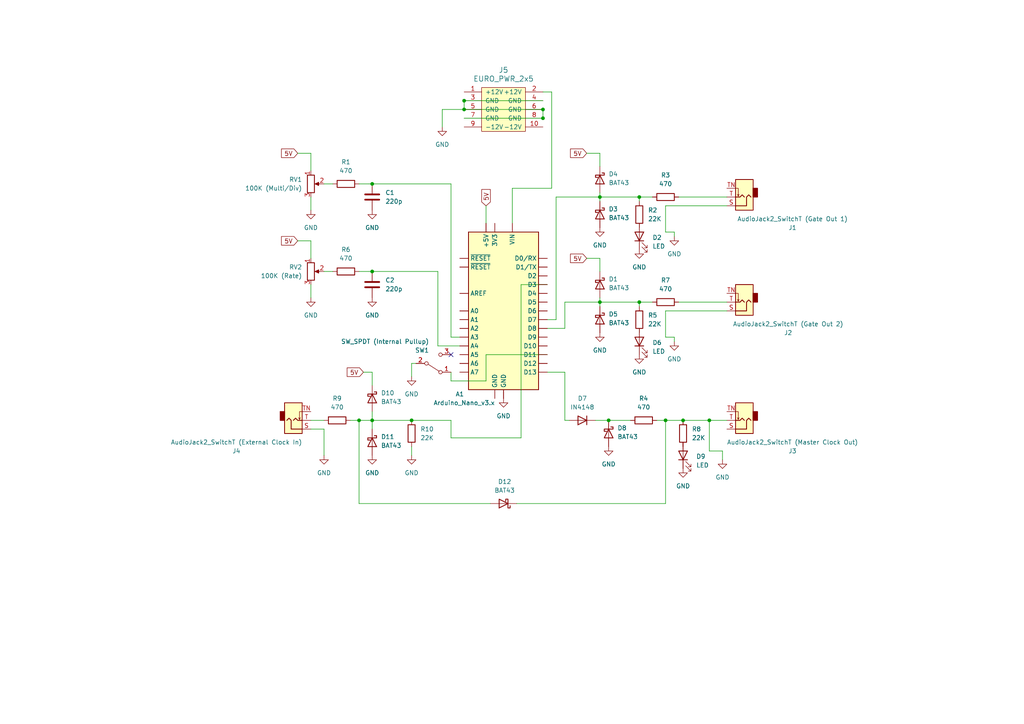
<source format=kicad_sch>
(kicad_sch (version 20230121) (generator eeschema)
  (paper "A4")
  (lib_symbols
    (symbol "Connector_Audio:AudioJack2_SwitchT"
      (property "Reference" "J" (at 0 8.89 0))
      (property "Value" "AudioJack2_SwitchT" (at 0 6.35 0))
      (symbol "AudioJack2_SwitchT_0_1"
        (rectangle (start -2.54 0) (end -3.81 -2.54) (stroke (width 0.254)) (fill (type outline)))
        (polyline (pts (xy 1.778 -0.254) (xy 2.032 -0.762)))
        (polyline (pts (xy 0 0) (xy 0.635 -0.635) (xy 1.27 0) (xy 2.54 0)) (stroke (width 0.254)))
        (polyline (pts (xy 2.54 -2.54) (xy 1.778 -2.54) (xy 1.778 -0.254) (xy 1.524 -0.762)))
        (polyline (pts (xy 2.54 2.54) (xy -0.635 2.54) (xy -0.635 0) (xy -1.27 -0.635) (xy -1.905 0)) (stroke (width 0.254)))
        (rectangle (start 2.54 3.81) (end -2.54 -5.08) (stroke (width 0.254)) (fill (type background)))
      )
      (symbol "AudioJack2_SwitchT_1_1"
        (pin passive line (at 5.08 2.54 180) (length 2.54) (name "~") (number "S"))
        (pin passive line (at 5.08 0 180) (length 2.54) (name "~") (number "T"))
        (pin passive line (at 5.08 -2.54 180) (length 2.54) (name "~") (number "TN"))
      )
    )
    (symbol "Device:C" (pin_numbers hide) (pin_names (offset 0.254))
      (property "Reference" "C" (at 0.635 2.54 0))
      (property "Value" "C" (at 0.635 -2.54 0))
      (symbol "C_0_1"
        (polyline (pts (xy -2.032 -0.762) (xy 2.032 -0.762)) (stroke (width 0.508)))
        (polyline (pts (xy -2.032 0.762) (xy 2.032 0.762)) (stroke (width 0.508)))
      )
      (symbol "C_1_1"
        (pin passive line (at 0 3.81 270) (length 2.794) (name "~") (number "1"))
        (pin passive line (at 0 -3.81 90) (length 2.794) (name "~") (number "2"))
      )
    )
    (symbol "Device:D" (pin_numbers hide) (pin_names (offset 1.016) hide)
      (property "Reference" "D" (at 0 2.54 0))
      (property "Value" "D" (at 0 -2.54 0))
      (symbol "D_0_1"
        (polyline (pts (xy -1.27 1.27) (xy -1.27 -1.27)) (stroke (width 0.254)))
        (polyline (pts (xy 1.27 0) (xy -1.27 0)))
        (polyline (pts (xy 1.27 1.27) (xy 1.27 -1.27) (xy -1.27 0) (xy 1.27 1.27)) (stroke (width 0.254)))
      )
      (symbol "D_1_1"
        (pin passive line (at -3.81 0 0) (length 2.54) (name "K") (number "1"))
        (pin passive line (at 3.81 0 180) (length 2.54) (name "A") (number "2"))
      )
    )
    (symbol "Device:LED" (pin_numbers hide) (pin_names (offset 1.016) hide)
      (property "Reference" "D" (at 0 2.54 0))
      (property "Value" "LED" (at 0 -2.54 0))
      (symbol "LED_0_1"
        (polyline (pts (xy -1.27 -1.27) (xy -1.27 1.27)) (stroke (width 0.254)))
        (polyline (pts (xy -1.27 0) (xy 1.27 0)))
        (polyline (pts (xy 1.27 -1.27) (xy 1.27 1.27) (xy -1.27 0) (xy 1.27 -1.27)) (stroke (width 0.254)))
        (polyline (pts (xy -3.048 -0.762) (xy -4.572 -2.286) (xy -3.81 -2.286) (xy -4.572 -2.286) (xy -4.572 -1.524)))
        (polyline (pts (xy -1.778 -0.762) (xy -3.302 -2.286) (xy -2.54 -2.286) (xy -3.302 -2.286) (xy -3.302 -1.524)))
      )
      (symbol "LED_1_1"
        (pin passive line (at -3.81 0 0) (length 2.54) (name "K") (number "1"))
        (pin passive line (at 3.81 0 180) (length 2.54) (name "A") (number "2"))
      )
    )
    (symbol "Device:R" (pin_numbers hide) (pin_names (offset 0))
      (property "Reference" "R" (at 2.032 0 90))
      (property "Value" "R" (at 0 0 90))
      (symbol "R_0_1"
        (rectangle (start -1.016 -2.54) (end 1.016 2.54) (stroke (width 0.254)))
      )
      (symbol "R_1_1"
        (pin passive line (at 0 3.81 270) (length 1.27) (name "~") (number "1"))
        (pin passive line (at 0 -3.81 90) (length 1.27) (name "~") (number "2"))
      )
    )
    (symbol "Device:R_Potentiometer" (pin_names (offset 1.016) hide)
      (property "Reference" "RV" (at -4.445 0 90))
      (property "Value" "R_Potentiometer" (at -2.54 0 90))
      (symbol "R_Potentiometer_0_1"
        (polyline (pts (xy 2.54 0) (xy 1.524 0)))
        (polyline (pts (xy 1.143 0) (xy 2.286 0.508) (xy 2.286 -0.508) (xy 1.143 0)) (fill (type outline)))
        (rectangle (start 1.016 2.54) (end -1.016 -2.54) (stroke (width 0.254)))
      )
      (symbol "R_Potentiometer_1_1"
        (pin passive line (at 0 3.81 270) (length 1.27) (name "1") (number "1"))
        (pin passive line (at 3.81 0 180) (length 1.27) (name "2") (number "2"))
        (pin passive line (at 0 -3.81 90) (length 1.27) (name "3") (number "3"))
      )
    )
    (symbol "Diode:BAT43" (pin_numbers hide) (pin_names (offset 1.016) hide)
      (property "Reference" "D" (at 0 2.54 0))
      (property "Value" "BAT43" (at 0 -2.54 0))
      (symbol "BAT43_0_1"
        (polyline (pts (xy 1.27 0) (xy -1.27 0)))
        (polyline (pts (xy 1.27 1.27) (xy 1.27 -1.27) (xy -1.27 0) (xy 1.27 1.27)) (stroke (width 0.254)))
        (polyline (pts (xy -1.905 0.635) (xy -1.905 1.27) (xy -1.27 1.27) (xy -1.27 -1.27) (xy -0.635 -1.27) (xy -0.635 -0.635)) (stroke (width 0.254)))
      )
      (symbol "BAT43_1_1"
        (pin passive line (at -3.81 0 0) (length 2.54) (name "K") (number "1"))
        (pin passive line (at 3.81 0 180) (length 2.54) (name "A") (number "2"))
      )
    )
    (symbol "MCU_Module:Arduino_Nano_v3.x" (pin_numbers hide)
      (property "Reference" "A" (at -10.16 23.495 0))
      (property "Value" "Arduino_Nano_v3.x" (at 5.08 -24.13 0))
      (symbol "Arduino_Nano_v3.x_0_1"
        (rectangle (start -10.16 22.86) (end 10.16 -22.86) (stroke (width 0.254)) (fill (type background)))
      )
      (symbol "Arduino_Nano_v3.x_1_1"
        (pin bidirectional line (at -12.7 12.7 0) (length 2.54) (name "D1/TX") (number "1"))
        (pin bidirectional line (at -12.7 -2.54 0) (length 2.54) (name "D7") (number "10"))
        (pin bidirectional line (at -12.7 -5.08 0) (length 2.54) (name "D8") (number "11"))
        (pin bidirectional line (at -12.7 -7.62 0) (length 2.54) (name "D9") (number "12"))
        (pin bidirectional line (at -12.7 -10.16 0) (length 2.54) (name "D10") (number "13"))
        (pin bidirectional line (at -12.7 -12.7 0) (length 2.54) (name "D11") (number "14"))
        (pin bidirectional line (at -12.7 -15.24 0) (length 2.54) (name "D12") (number "15"))
        (pin bidirectional line (at -12.7 -17.78 0) (length 2.54) (name "D13") (number "16"))
        (pin power_out line (at 2.54 25.4 270) (length 2.54) (name "3V3") (number "17"))
        (pin input line (at 12.7 5.08 180) (length 2.54) (name "AREF") (number "18"))
        (pin bidirectional line (at 12.7 0 180) (length 2.54) (name "A0") (number "19"))
        (pin bidirectional line (at -12.7 15.24 0) (length 2.54) (name "D0/RX") (number "2"))
        (pin bidirectional line (at 12.7 -2.54 180) (length 2.54) (name "A1") (number "20"))
        (pin bidirectional line (at 12.7 -5.08 180) (length 2.54) (name "A2") (number "21"))
        (pin bidirectional line (at 12.7 -7.62 180) (length 2.54) (name "A3") (number "22"))
        (pin bidirectional line (at 12.7 -10.16 180) (length 2.54) (name "A4") (number "23"))
        (pin bidirectional line (at 12.7 -12.7 180) (length 2.54) (name "A5") (number "24"))
        (pin bidirectional line (at 12.7 -15.24 180) (length 2.54) (name "A6") (number "25"))
        (pin bidirectional line (at 12.7 -17.78 180) (length 2.54) (name "A7") (number "26"))
        (pin power_out line (at 5.08 25.4 270) (length 2.54) (name "+5V") (number "27"))
        (pin input line (at 12.7 15.24 180) (length 2.54) (name "~{RESET}") (number "28"))
        (pin power_in line (at 2.54 -25.4 90) (length 2.54) (name "GND") (number "29"))
        (pin input line (at 12.7 12.7 180) (length 2.54) (name "~{RESET}") (number "3"))
        (pin power_in line (at -2.54 25.4 270) (length 2.54) (name "VIN") (number "30"))
        (pin power_in line (at 0 -25.4 90) (length 2.54) (name "GND") (number "4"))
        (pin bidirectional line (at -12.7 10.16 0) (length 2.54) (name "D2") (number "5"))
        (pin bidirectional line (at -12.7 7.62 0) (length 2.54) (name "D3") (number "6"))
        (pin bidirectional line (at -12.7 5.08 0) (length 2.54) (name "D4") (number "7"))
        (pin bidirectional line (at -12.7 2.54 0) (length 2.54) (name "D5") (number "8"))
        (pin bidirectional line (at -12.7 0 0) (length 2.54) (name "D6") (number "9"))
      )
    )
    (symbol "Switch:SW_SPDT" (pin_names (offset 0) hide)
      (property "Reference" "SW1" (at -1.27 -3.81 0))
      (property "Value" "SW_SPDT (Internal Pullup)" (at -1.27 -6.35 0))
      (symbol "SW_SPDT_0_0"
        (circle (center -2.032 0) (radius 0.508))
        (circle (center 2.032 -2.54) (radius 0.508))
      )
      (symbol "SW_SPDT_0_1"
        (polyline (pts (xy -1.524 0.254) (xy 1.651 2.286)))
        (circle (center 2.032 2.54) (radius 0.508))
      )
      (symbol "SW_SPDT_1_1"
        (pin passive line (at 5.08 2.54 180) (length 2.54) (name "A") (number "1"))
        (pin passive line (at -5.08 0 0) (length 2.54) (name "B") (number "2"))
        (pin passive line (at 5.08 -2.54 180) (length 2.54) (name "C") (number "3"))
      )
    )
    (symbol "eurocad:EURO_PWR_2x5" (pin_names (offset 1.016))
      (property "Reference" "J" (at 0 -7.62 0))
      (property "Value" "EURO_PWR_2x5" (at 0 7.62 0))
      (symbol "EURO_PWR_2x5_0_1"
        (rectangle (start -6.35 6.35) (end 6.35 -6.35) (fill (type background)))
      )
      (symbol "EURO_PWR_2x5_1_1"
        (pin power_in line (at -11.43 5.08 0) (length 5.08) (name "+12V") (number "1"))
        (pin power_in line (at 11.43 -5.08 180) (length 5.08) (name "-12V") (number "10"))
        (pin power_in line (at 11.43 5.08 180) (length 5.08) (name "+12V") (number "2"))
        (pin power_in line (at -11.43 2.54 0) (length 5.08) (name "GND") (number "3"))
        (pin power_in line (at 11.43 2.54 180) (length 5.08) (name "GND") (number "4"))
        (pin power_in line (at -11.43 0 0) (length 5.08) (name "GND") (number "5"))
        (pin power_in line (at 11.43 0 180) (length 5.08) (name "GND") (number "6"))
        (pin power_in line (at -11.43 -2.54 0) (length 5.08) (name "GND") (number "7"))
        (pin power_in line (at 11.43 -2.54 180) (length 5.08) (name "GND") (number "8"))
        (pin power_in line (at -11.43 -5.08 0) (length 5.08) (name "-12V") (number "9"))
      )
    )
    (symbol "power:GND" (power) (pin_names (offset 0))
      (property "Value" "GND" (at 0 -3.81 0))
      (symbol "GND_0_1"
        (polyline (pts (xy 0 0) (xy 0 -1.27) (xy 1.27 -1.27) (xy 0 -2.54) (xy -1.27 -1.27) (xy 0 -1.27)))
      )
      (symbol "GND_1_1"
        (pin power_in line (at 0 0 270) (length 0) hide (name "GND") (number "1"))
      )
    )
  )
  (junction (at 134.62 29.21))
  (junction (at 119.38 121.92))
  (junction (at 104.14 121.92))
  (junction (at 173.99 87.63))
  (junction (at 107.95 53.34))
  (junction (at 134.62 31.75))
  (junction (at 107.95 78.74))
  (junction (at 176.53 121.92))
  (junction (at 185.42 87.63))
  (junction (at 173.99 57.15))
  (junction (at 193.04 121.92))
  (junction (at 185.42 57.15))
  (junction (at 157.48 34.29))
  (junction (at 205.74 121.92))
  (junction (at 157.48 31.75))
  (junction (at 107.95 121.92))
  (junction (at 198.12 121.92))
  (no_connect (at 130.81 102.87))
  (wire (pts (xy 205.74 130.81) (xy 209.55 130.81)))
  (wire (pts (xy 185.42 58.42) (xy 185.42 57.15)))
  (wire (pts (xy 104.14 53.34) (xy 107.95 53.34)))
  (wire (pts (xy 193.04 59.69) (xy 210.82 59.69)))
  (wire (pts (xy 101.6 121.92) (xy 104.14 121.92)))
  (wire (pts (xy 163.83 107.95) (xy 163.83 121.92)))
  (wire (pts (xy 198.12 121.92) (xy 205.74 121.92)))
  (wire (pts (xy 93.98 53.34) (xy 96.52 53.34)))
  (wire (pts (xy 107.95 107.95) (xy 107.95 111.76)))
  (wire (pts (xy 107.95 78.74) (xy 127 78.74)))
  (wire (pts (xy 195.58 97.79) (xy 195.58 99.06)))
  (wire (pts (xy 151.13 82.55) (xy 158.75 82.55)))
  (wire (pts (xy 163.83 87.63) (xy 163.83 95.25)))
  (wire (pts (xy 173.99 57.15) (xy 185.42 57.15)))
  (wire (pts (xy 130.81 97.79) (xy 133.35 97.79)))
  (wire (pts (xy 134.62 31.75) (xy 134.62 29.21)))
  (wire (pts (xy 173.99 74.93) (xy 173.99 78.74)))
  (wire (pts (xy 104.14 121.92) (xy 107.95 121.92)))
  (wire (pts (xy 205.74 121.92) (xy 205.74 130.81)))
  (wire (pts (xy 104.14 78.74) (xy 107.95 78.74)))
  (wire (pts (xy 173.99 87.63) (xy 163.83 87.63)))
  (wire (pts (xy 134.62 31.75) (xy 128.27 31.75)))
  (wire (pts (xy 185.42 88.9) (xy 185.42 87.63)))
  (wire (pts (xy 119.38 121.92) (xy 130.81 121.92)))
  (wire (pts (xy 193.04 67.31) (xy 195.58 67.31)))
  (wire (pts (xy 172.72 121.92) (xy 176.53 121.92)))
  (wire (pts (xy 173.99 87.63) (xy 185.42 87.63)))
  (wire (pts (xy 170.18 44.45) (xy 173.99 44.45)))
  (wire (pts (xy 90.17 124.46) (xy 93.98 124.46)))
  (wire (pts (xy 209.55 130.81) (xy 209.55 133.35)))
  (wire (pts (xy 128.27 31.75) (xy 128.27 36.83)))
  (wire (pts (xy 107.95 121.92) (xy 119.38 121.92)))
  (wire (pts (xy 134.62 31.75) (xy 157.48 31.75)))
  (wire (pts (xy 119.38 109.22) (xy 119.38 105.41)))
  (wire (pts (xy 176.53 121.92) (xy 182.88 121.92)))
  (wire (pts (xy 140.97 110.49) (xy 140.97 102.87)))
  (wire (pts (xy 185.42 96.52) (xy 185.42 95.25)))
  (wire (pts (xy 130.81 121.92) (xy 130.81 127)))
  (wire (pts (xy 107.95 53.34) (xy 130.81 53.34)))
  (wire (pts (xy 193.04 146.05) (xy 193.04 121.92)))
  (wire (pts (xy 90.17 82.55) (xy 90.17 86.36)))
  (wire (pts (xy 173.99 86.36) (xy 173.99 87.63)))
  (wire (pts (xy 90.17 44.45) (xy 90.17 49.53)))
  (wire (pts (xy 161.29 57.15) (xy 161.29 92.71)))
  (wire (pts (xy 193.04 90.17) (xy 193.04 97.79)))
  (wire (pts (xy 93.98 78.74) (xy 96.52 78.74)))
  (wire (pts (xy 160.02 54.61) (xy 148.59 54.61)))
  (wire (pts (xy 93.98 124.46) (xy 93.98 132.08)))
  (wire (pts (xy 119.38 132.08) (xy 119.38 129.54)))
  (wire (pts (xy 107.95 119.38) (xy 107.95 121.92)))
  (wire (pts (xy 173.99 58.42) (xy 173.99 57.15)))
  (wire (pts (xy 107.95 121.92) (xy 107.95 124.46)))
  (wire (pts (xy 157.48 31.75) (xy 157.48 34.29)))
  (wire (pts (xy 196.85 57.15) (xy 210.82 57.15)))
  (wire (pts (xy 105.41 107.95) (xy 107.95 107.95)))
  (wire (pts (xy 196.85 87.63) (xy 210.82 87.63)))
  (wire (pts (xy 193.04 59.69) (xy 193.04 67.31)))
  (wire (pts (xy 86.36 44.45) (xy 90.17 44.45)))
  (wire (pts (xy 193.04 90.17) (xy 210.82 90.17)))
  (wire (pts (xy 90.17 69.85) (xy 90.17 74.93)))
  (wire (pts (xy 190.5 121.92) (xy 193.04 121.92)))
  (wire (pts (xy 185.42 57.15) (xy 189.23 57.15)))
  (wire (pts (xy 158.75 92.71) (xy 161.29 92.71)))
  (wire (pts (xy 157.48 26.67) (xy 160.02 26.67)))
  (wire (pts (xy 130.81 127) (xy 151.13 127)))
  (wire (pts (xy 148.59 54.61) (xy 148.59 64.77)))
  (wire (pts (xy 193.04 97.79) (xy 195.58 97.79)))
  (wire (pts (xy 104.14 146.05) (xy 142.24 146.05)))
  (wire (pts (xy 130.81 53.34) (xy 130.81 97.79)))
  (wire (pts (xy 170.18 74.93) (xy 173.99 74.93)))
  (wire (pts (xy 127 78.74) (xy 127 100.33)))
  (wire (pts (xy 173.99 88.9) (xy 173.99 87.63)))
  (wire (pts (xy 140.97 102.87) (xy 158.75 102.87)))
  (wire (pts (xy 158.75 107.95) (xy 163.83 107.95)))
  (wire (pts (xy 193.04 121.92) (xy 198.12 121.92)))
  (wire (pts (xy 158.75 95.25) (xy 163.83 95.25)))
  (wire (pts (xy 163.83 121.92) (xy 165.1 121.92)))
  (wire (pts (xy 119.38 105.41) (xy 120.65 105.41)))
  (wire (pts (xy 173.99 44.45) (xy 173.99 48.26)))
  (wire (pts (xy 205.74 121.92) (xy 210.82 121.92)))
  (wire (pts (xy 160.02 26.67) (xy 160.02 54.61)))
  (wire (pts (xy 151.13 127) (xy 151.13 82.55)))
  (wire (pts (xy 104.14 121.92) (xy 104.14 146.05)))
  (wire (pts (xy 86.36 69.85) (xy 90.17 69.85)))
  (wire (pts (xy 173.99 55.88) (xy 173.99 57.15)))
  (wire (pts (xy 173.99 57.15) (xy 161.29 57.15)))
  (wire (pts (xy 90.17 121.92) (xy 93.98 121.92)))
  (wire (pts (xy 134.62 34.29) (xy 157.48 34.29)))
  (wire (pts (xy 127 100.33) (xy 133.35 100.33)))
  (wire (pts (xy 90.17 57.15) (xy 90.17 60.96)))
  (wire (pts (xy 130.81 107.95) (xy 130.81 110.49)))
  (wire (pts (xy 185.42 66.04) (xy 185.42 64.77)))
  (wire (pts (xy 195.58 67.31) (xy 195.58 68.58)))
  (wire (pts (xy 185.42 87.63) (xy 189.23 87.63)))
  (wire (pts (xy 130.81 110.49) (xy 140.97 110.49)))
  (wire (pts (xy 149.86 146.05) (xy 193.04 146.05)))
  (wire (pts (xy 140.97 59.69) (xy 140.97 64.77)))
  (wire (pts (xy 134.62 29.21) (xy 157.48 29.21)))
  (global_label "5V" (shape input) (at 170.18 44.45 180) (property "Intersheetrefs" "${INTERSHEET_REFS}" (effects hide)))
  (global_label "5V" (shape input) (at 86.36 69.85 180) (property "Intersheetrefs" "${INTERSHEET_REFS}" (effects hide)))
  (global_label "5V" (shape input) (at 170.18 74.93 180) (property "Intersheetrefs" "${INTERSHEET_REFS}" (effects hide)))
  (global_label "5V" (shape input) (at 105.41 107.95 180) (property "Intersheetrefs" "${INTERSHEET_REFS}" (effects hide)))
  (global_label "5V" (shape input) (at 86.36 44.45 180) (property "Intersheetrefs" "${INTERSHEET_REFS}" (effects hide)))
  (global_label "5V" (shape input) (at 140.97 59.69 90) (property "Intersheetrefs" "${INTERSHEET_REFS}" (effects hide)))
  (symbol (lib_id "MCU_Module:Arduino_Nano_v3.x") (at 146.05 90.17 0) (mirror y) (unit 1)
    (property "Reference" "A1" (at 134.62 114.3 0) (effects (justify left)))
    (property "Value" "Arduino_Nano_v3.x" (at 134.62 116.84 0))
    (property "Footprint" "Module:Arduino_Nano" (effects hide))
    (property "Datasheet" "http://www.mouser.com/pdfdocs/Gravitech_Arduino_Nano3_0.pdf" (effects hide))
  )
  (symbol (lib_id "power:GND") (at 173.99 66.04 0) (unit 1)
    (property "Reference" "#PWR08" (effects hide))
    (property "Value" "GND" (at 173.99 71.12 0))
  )
  (symbol (lib_id "Connector_Audio:AudioJack2_SwitchT") (at 215.9 121.92 180) (unit 1)
    (property "Reference" "J3" (at 229.87 130.81 0))
    (property "Value" "AudioJack2_SwitchT (Master Clock Out)" (at 229.87 128.27 0))
    (property "Footprint" "Eurocad:PJ301M-12_T_S" (effects hide))
  )
  (symbol (lib_id "power:GND") (at 90.17 86.36 0) (unit 1)
    (property "Reference" "#PWR03" (effects hide))
    (property "Value" "GND" (at 90.17 91.44 0))
  )
  (symbol (lib_id "power:GND") (at 119.38 132.08 0) (unit 1)
    (property "Reference" "#PWR015" (effects hide))
    (property "Value" "GND" (at 119.38 137.16 0))
  )
  (symbol (lib_id "Diode:BAT43") (at 173.99 52.07 270) (unit 1)
    (property "Reference" "D4" (at 176.53 50.4825 90) (effects (justify left)))
    (property "Value" "BAT43" (at 176.53 53.0225 90) (effects (justify left)))
    (property "Footprint" "Diode_THT:D_DO-35_SOD27_P7.62mm_Horizontal" (effects hide))
    (property "Datasheet" "http://www.vishay.com/docs/85660/bat42.pdf" (effects hide))
  )
  (symbol (lib_id "Diode:BAT43") (at 173.99 82.55 270) (unit 1)
    (property "Reference" "D1" (at 176.53 80.9625 90) (effects (justify left)))
    (property "Value" "BAT43" (at 176.53 83.5025 90) (effects (justify left)))
    (property "Footprint" "Diode_THT:D_DO-35_SOD27_P7.62mm_Horizontal" (effects hide))
    (property "Datasheet" "http://www.vishay.com/docs/85660/bat42.pdf" (effects hide))
  )
  (symbol (lib_id "Diode:BAT43") (at 173.99 92.71 270) (unit 1)
    (property "Reference" "D5" (at 176.53 91.1225 90) (effects (justify left)))
    (property "Value" "BAT43" (at 176.53 93.6625 90) (effects (justify left)))
    (property "Footprint" "Diode_THT:D_DO-35_SOD27_P7.62mm_Horizontal" (effects hide))
    (property "Datasheet" "http://www.vishay.com/docs/85660/bat42.pdf" (effects hide))
  )
  (symbol (lib_id "Device:R") (at 186.69 121.92 90) (unit 1)
    (property "Reference" "R4" (at 186.69 115.57 90))
    (property "Value" "470" (at 186.69 118.11 90))
    (property "Footprint" "Resistor_THT:R_Axial_DIN0207_L6.3mm_D2.5mm_P10.16mm_Horizontal" (effects hide))
  )
  (symbol (lib_id "Device:R_Potentiometer") (at 90.17 53.34 0) (unit 1)
    (property "Reference" "RV1" (at 87.63 52.07 0) (effects (justify right)))
    (property "Value" "100K (Multi/Div)" (at 87.63 54.61 0) (effects (justify right)))
    (property "Footprint" "Eurocad:Alpha9mmPot" (effects hide))
  )
  (symbol (lib_id "power:GND") (at 107.95 132.08 0) (unit 1)
    (property "Reference" "#PWR016" (effects hide))
    (property "Value" "GND" (at 107.95 137.16 0))
  )
  (symbol (lib_id "Connector_Audio:AudioJack2_SwitchT") (at 85.09 121.92 0) (mirror x) (unit 1)
    (property "Reference" "J4" (at 68.58 130.81 0))
    (property "Value" "AudioJack2_SwitchT (External Clock In)" (at 68.58 128.27 0))
    (property "Footprint" "Eurocad:PJ301M-12_T_S" (effects hide))
  )
  (symbol (lib_id "power:GND") (at 176.53 129.54 0) (unit 1)
    (property "Reference" "#PWR013" (effects hide))
    (property "Value" "GND" (at 176.53 134.62 0))
  )
  (symbol (lib_id "Device:R_Potentiometer") (at 90.17 78.74 0) (unit 1)
    (property "Reference" "RV2" (at 87.63 77.47 0) (effects (justify right)))
    (property "Value" "100K (Rate)" (at 87.63 80.01 0) (effects (justify right)))
    (property "Footprint" "Eurocad:Alpha9mmPot" (effects hide))
  )
  (symbol (lib_id "Diode:BAT43") (at 107.95 128.27 270) (unit 1)
    (property "Reference" "D11" (at 110.49 126.6825 90) (effects (justify left)))
    (property "Value" "BAT43" (at 110.49 129.2225 90) (effects (justify left)))
    (property "Footprint" "Diode_THT:D_DO-35_SOD27_P7.62mm_Horizontal" (effects hide))
    (property "Datasheet" "http://www.vishay.com/docs/85660/bat42.pdf" (effects hide))
  )
  (symbol (lib_id "eurocad:EURO_PWR_2x5") (at 146.05 31.75 0) (unit 1)
    (property "Reference" "J5" (at 146.05 20.32 0) (effects (font (size 1.524 1.524))))
    (property "Value" "EURO_PWR_2x5" (at 146.05 22.86 0) (effects (font (size 1.524 1.524))))
    (property "Footprint" "Connector_IDC:IDC-Header_2x05_P2.54mm_Vertical" (effects hide))
  )
  (symbol (lib_id "Device:R") (at 198.12 125.73 180) (unit 1)
    (property "Reference" "R8" (at 200.66 124.46 0) (effects (justify right)))
    (property "Value" "22K" (at 200.66 127 0) (effects (justify right)))
    (property "Footprint" "Resistor_THT:R_Axial_DIN0207_L6.3mm_D2.5mm_P10.16mm_Horizontal" (effects hide))
  )
  (symbol (lib_id "Device:LED") (at 198.12 132.08 90) (unit 1)
    (property "Reference" "D9" (at 201.93 132.3975 90) (effects (justify right)))
    (property "Value" "LED" (at 201.93 134.9375 90) (effects (justify right)))
    (property "Footprint" "LED_THT:LED_D3.0mm" (effects hide))
  )
  (symbol (lib_id "power:GND") (at 146.05 115.57 0) (unit 1)
    (property "Reference" "#PWR018" (effects hide))
    (property "Value" "GND" (at 146.05 120.65 0))
  )
  (symbol (lib_id "Diode:BAT43") (at 146.05 146.05 180) (unit 1)
    (property "Reference" "D12" (at 146.3675 139.7 0))
    (property "Value" "BAT43" (at 146.3675 142.24 0))
    (property "Footprint" "Diode_THT:D_DO-35_SOD27_P7.62mm_Horizontal" (effects hide))
    (property "Datasheet" "http://www.vishay.com/docs/85660/bat42.pdf" (effects hide))
  )
  (symbol (lib_id "power:GND") (at 93.98 132.08 0) (unit 1)
    (property "Reference" "#PWR017" (effects hide))
    (property "Value" "GND" (at 93.98 137.16 0))
  )
  (symbol (lib_id "Switch:SW_SPDT") (at 125.73 105.41 0) (mirror x) (unit 1)
    (property "Reference" "SW1" (at 124.46 101.6 0) (effects (justify right)))
    (property "Value" "SW_SPDT (Internal Pullup)" (at 124.46 99.06 0) (effects (justify right)))
    (property "Footprint" "TerminalBlock:TerminalBlock_bornier-3_P5.08mm" (effects hide))
  )
  (symbol (lib_id "power:GND") (at 198.12 135.89 0) (unit 1)
    (property "Reference" "#PWR012" (effects hide))
    (property "Value" "GND" (at 198.12 140.97 0))
  )
  (symbol (lib_id "power:GND") (at 195.58 99.06 0) (unit 1)
    (property "Reference" "#PWR011" (effects hide))
    (property "Value" "GND" (at 195.58 104.14 0))
  )
  (symbol (lib_id "power:GND") (at 107.95 60.96 0) (unit 1)
    (property "Reference" "#PWR01" (effects hide))
    (property "Value" "GND" (at 107.95 66.04 0))
  )
  (symbol (lib_id "power:GND") (at 185.42 72.39 0) (unit 1)
    (property "Reference" "#PWR07" (effects hide))
    (property "Value" "GND" (at 185.42 77.47 0))
  )
  (symbol (lib_id "Device:R") (at 97.79 121.92 90) (unit 1)
    (property "Reference" "R9" (at 97.79 115.57 90))
    (property "Value" "470" (at 97.79 118.11 90))
    (property "Footprint" "Resistor_THT:R_Axial_DIN0207_L6.3mm_D2.5mm_P10.16mm_Horizontal" (effects hide))
  )
  (symbol (lib_id "power:GND") (at 173.99 96.52 0) (unit 1)
    (property "Reference" "#PWR09" (effects hide))
    (property "Value" "GND" (at 173.99 101.6 0))
  )
  (symbol (lib_id "Connector_Audio:AudioJack2_SwitchT") (at 215.9 57.15 180) (unit 1)
    (property "Reference" "J1" (at 229.87 66.04 0))
    (property "Value" "AudioJack2_SwitchT (Gate Out 1)" (at 229.87 63.5 0))
    (property "Footprint" "Eurocad:PJ301M-12_T_S" (effects hide))
  )
  (symbol (lib_id "Device:D") (at 168.91 121.92 180) (unit 1)
    (property "Reference" "D7" (at 168.91 115.57 0))
    (property "Value" "IN4148" (at 168.91 118.11 0))
    (property "Footprint" "Diode_THT:D_DO-35_SOD27_P7.62mm_Horizontal" (effects hide))
    (property "Sim.Device" "D" (effects hide))
    (property "Sim.Pins" "1=K 2=A" (effects hide))
  )
  (symbol (lib_id "power:GND") (at 128.27 36.83 0) (unit 1)
    (property "Reference" "#PWR019" (effects hide))
    (property "Value" "GND" (at 128.27 41.91 0))
  )
  (symbol (lib_id "Device:R") (at 185.42 92.71 180) (unit 1)
    (property "Reference" "R5" (at 187.96 91.44 0) (effects (justify right)))
    (property "Value" "22K" (at 187.96 93.98 0) (effects (justify right)))
    (property "Footprint" "Resistor_THT:R_Axial_DIN0207_L6.3mm_D2.5mm_P10.16mm_Horizontal" (effects hide))
  )
  (symbol (lib_id "Device:R") (at 193.04 87.63 90) (unit 1)
    (property "Reference" "R7" (at 193.04 81.28 90))
    (property "Value" "470" (at 193.04 83.82 90))
    (property "Footprint" "Resistor_THT:R_Axial_DIN0207_L6.3mm_D2.5mm_P10.16mm_Horizontal" (effects hide))
  )
  (symbol (lib_id "power:GND") (at 90.17 60.96 0) (unit 1)
    (property "Reference" "#PWR02" (effects hide))
    (property "Value" "GND" (at 90.17 66.04 0))
  )
  (symbol (lib_id "Device:C") (at 107.95 82.55 0) (unit 1)
    (property "Reference" "C2" (at 111.76 81.28 0) (effects (justify left)))
    (property "Value" "220p" (at 111.76 83.82 0) (effects (justify left)))
    (property "Footprint" "Capacitor_THT:CP_Axial_L10.0mm_D6.0mm_P15.00mm_Horizontal" (effects hide))
  )
  (symbol (lib_id "Diode:BAT43") (at 173.99 62.23 270) (unit 1)
    (property "Reference" "D3" (at 176.53 60.6425 90) (effects (justify left)))
    (property "Value" "BAT43" (at 176.53 63.1825 90) (effects (justify left)))
    (property "Footprint" "Diode_THT:D_DO-35_SOD27_P7.62mm_Horizontal" (effects hide))
    (property "Datasheet" "http://www.vishay.com/docs/85660/bat42.pdf" (effects hide))
  )
  (symbol (lib_id "Device:R") (at 185.42 62.23 180) (unit 1)
    (property "Reference" "R2" (at 187.96 60.96 0) (effects (justify right)))
    (property "Value" "22K" (at 187.96 63.5 0) (effects (justify right)))
    (property "Footprint" "Resistor_THT:R_Axial_DIN0207_L6.3mm_D2.5mm_P10.16mm_Horizontal" (effects hide))
  )
  (symbol (lib_id "Connector_Audio:AudioJack2_SwitchT") (at 215.9 87.63 180) (unit 1)
    (property "Reference" "J2" (at 228.6 96.52 0))
    (property "Value" "AudioJack2_SwitchT (Gate Out 2)" (at 228.6 93.98 0))
    (property "Footprint" "Eurocad:PJ301M-12_T_S" (effects hide))
  )
  (symbol (lib_id "power:GND") (at 185.42 102.87 0) (unit 1)
    (property "Reference" "#PWR010" (effects hide))
    (property "Value" "GND" (at 185.42 107.95 0))
  )
  (symbol (lib_id "Device:R") (at 100.33 78.74 90) (unit 1)
    (property "Reference" "R6" (at 100.33 72.39 90))
    (property "Value" "470" (at 100.33 74.93 90))
    (property "Footprint" "Resistor_THT:R_Axial_DIN0207_L6.3mm_D2.5mm_P10.16mm_Horizontal" (effects hide))
  )
  (symbol (lib_id "Device:R") (at 193.04 57.15 90) (unit 1)
    (property "Reference" "R3" (at 193.04 50.8 90))
    (property "Value" "470" (at 193.04 53.34 90))
    (property "Footprint" "Resistor_THT:R_Axial_DIN0207_L6.3mm_D2.5mm_P10.16mm_Horizontal" (effects hide))
  )
  (symbol (lib_id "power:GND") (at 209.55 133.35 0) (unit 1)
    (property "Reference" "#PWR014" (effects hide))
    (property "Value" "GND" (at 209.55 138.43 0))
  )
  (symbol (lib_id "power:GND") (at 195.58 68.58 0) (unit 1)
    (property "Reference" "#PWR06" (effects hide))
    (property "Value" "GND" (at 195.58 73.66 0))
  )
  (symbol (lib_id "Device:R") (at 119.38 125.73 0) (unit 1)
    (property "Reference" "R10" (at 121.92 124.46 0) (effects (justify left)))
    (property "Value" "22K" (at 121.92 127 0) (effects (justify left)))
    (property "Footprint" "Resistor_THT:R_Axial_DIN0207_L6.3mm_D2.5mm_P10.16mm_Horizontal" (effects hide))
  )
  (symbol (lib_id "power:GND") (at 107.95 86.36 0) (unit 1)
    (property "Reference" "#PWR04" (effects hide))
    (property "Value" "GND" (at 107.95 91.44 0))
  )
  (symbol (lib_id "Diode:BAT43") (at 107.95 115.57 270) (unit 1)
    (property "Reference" "D10" (at 110.49 113.9825 90) (effects (justify left)))
    (property "Value" "BAT43" (at 110.49 116.5225 90) (effects (justify left)))
    (property "Footprint" "Diode_THT:D_DO-35_SOD27_P7.62mm_Horizontal" (effects hide))
    (property "Datasheet" "http://www.vishay.com/docs/85660/bat42.pdf" (effects hide))
  )
  (symbol (lib_id "power:GND") (at 119.38 109.22 0) (mirror y) (unit 1)
    (property "Reference" "#PWR05" (effects hide))
    (property "Value" "GND" (at 119.38 114.3 0))
  )
  (symbol (lib_id "Device:C") (at 107.95 57.15 0) (unit 1)
    (property "Reference" "C1" (at 111.76 55.88 0) (effects (justify left)))
    (property "Value" "220p" (at 111.76 58.42 0) (effects (justify left)))
    (property "Footprint" "Capacitor_THT:CP_Axial_L10.0mm_D6.0mm_P15.00mm_Horizontal" (effects hide))
  )
  (symbol (lib_id "Diode:BAT43") (at 176.53 125.73 270) (unit 1)
    (property "Reference" "D8" (at 179.07 124.1425 90) (effects (justify left)))
    (property "Value" "BAT43" (at 179.07 126.6825 90) (effects (justify left)))
    (property "Footprint" "Diode_THT:D_DO-35_SOD27_P7.62mm_Horizontal" (effects hide))
    (property "Datasheet" "http://www.vishay.com/docs/85660/bat42.pdf" (effects hide))
  )
  (symbol (lib_id "Device:LED") (at 185.42 68.58 90) (unit 1)
    (property "Reference" "D2" (at 189.23 68.8975 90) (effects (justify right)))
    (property "Value" "LED" (at 189.23 71.4375 90) (effects (justify right)))
    (property "Footprint" "LED_THT:LED_D3.0mm" (effects hide))
  )
  (symbol (lib_id "Device:LED") (at 185.42 99.06 90) (unit 1)
    (property "Reference" "D6" (at 189.23 99.3775 90) (effects (justify right)))
    (property "Value" "LED" (at 189.23 101.9175 90) (effects (justify right)))
    (property "Footprint" "LED_THT:LED_D3.0mm" (effects hide))
  )
  (symbol (lib_id "Device:R") (at 100.33 53.34 90) (unit 1)
    (property "Reference" "R1" (at 100.33 46.99 90))
    (property "Value" "470" (at 100.33 49.53 90))
    (property "Footprint" "Resistor_THT:R_Axial_DIN0207_L6.3mm_D2.5mm_P10.16mm_Horizontal" (effects hide))
  )
)
</source>
